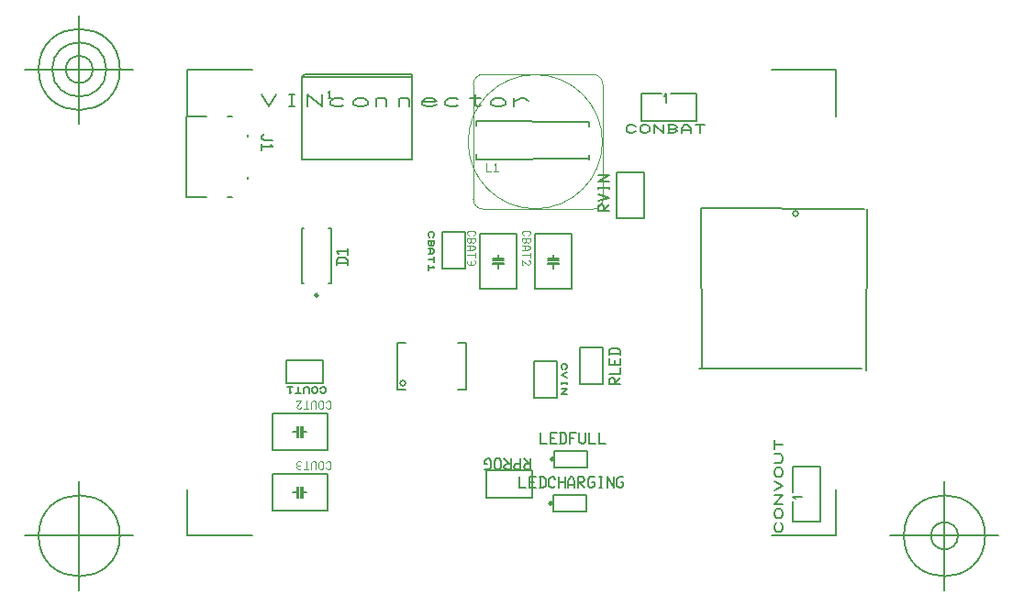
<source format=gbr>
G04 Generated by Ultiboard 14.0 *
%FSLAX34Y34*%
%MOMM*%

%ADD10C,0.0001*%
%ADD11C,0.2032*%
%ADD12C,0.1176*%
%ADD13C,0.1556*%
%ADD14C,0.2000*%
%ADD15C,0.2500*%
%ADD16C,0.0010*%
%ADD17C,0.1270*%


G04 ColorRGB FFFF00 for the following layer *
%LNSilkscreen Top*%
%LPD*%
G54D10*
G54D11*
X447880Y714735D02*
X437880Y714735D01*
X437880Y718717D01*
X439880Y720708D01*
X440880Y720708D01*
X442880Y718717D01*
X442880Y714735D01*
X442880Y715731D02*
X447880Y720708D01*
X437880Y723695D02*
X447880Y723695D01*
X447880Y729668D01*
X447880Y738627D02*
X447880Y732654D01*
X442880Y732654D01*
X437880Y732654D01*
X437880Y738627D01*
X442880Y732654D02*
X442880Y736636D01*
X447880Y741614D02*
X447880Y745596D01*
X445880Y747586D01*
X439880Y747586D01*
X437880Y745596D01*
X437880Y741614D01*
X437880Y742609D02*
X447880Y742609D01*
X432223Y748453D02*
X432223Y714587D01*
X411057Y714587D02*
X411057Y748453D01*
X432223Y714587D02*
X411057Y714587D01*
X411057Y748453D02*
X432223Y748453D01*
X394509Y728489D02*
X393481Y730182D01*
X393481Y731875D01*
X394509Y733569D01*
X397593Y733569D01*
X398621Y731875D01*
X398621Y730182D01*
X397593Y728489D01*
X398621Y725949D02*
X393481Y723409D01*
X398621Y720869D01*
X393481Y716635D02*
X393481Y714942D01*
X398621Y716635D02*
X398621Y714942D01*
X393481Y715789D02*
X398621Y715789D01*
X393481Y710709D02*
X398621Y710709D01*
X393481Y705629D01*
X398621Y705629D01*
X389399Y736109D02*
X389399Y702242D01*
X368232Y702242D02*
X368232Y736109D01*
X389399Y736109D01*
X389399Y702242D02*
X368232Y702242D01*
X461998Y948076D02*
X459176Y946565D01*
X456353Y946565D01*
X453531Y948076D01*
X453531Y952612D01*
X456353Y954124D01*
X459176Y954124D01*
X461998Y952612D01*
X466231Y948076D02*
X469053Y946565D01*
X471876Y946565D01*
X474698Y948076D01*
X474698Y952612D01*
X471876Y954124D01*
X469053Y954124D01*
X466231Y952612D01*
X466231Y948076D01*
X478931Y946565D02*
X478931Y954124D01*
X487398Y946565D01*
X487398Y954124D01*
X491631Y946565D02*
X497276Y946565D01*
X500098Y948076D01*
X500098Y948832D01*
X497276Y950344D01*
X500098Y951856D01*
X500098Y952612D01*
X497276Y954124D01*
X493042Y954124D01*
X491631Y954124D01*
X493042Y950344D02*
X497276Y950344D01*
X493042Y954124D02*
X493042Y946565D01*
X504331Y946565D02*
X504331Y951100D01*
X507153Y954124D01*
X509976Y954124D01*
X512798Y951100D01*
X512798Y946565D01*
X504331Y948832D02*
X512798Y948832D01*
X521264Y946565D02*
X521264Y954124D01*
X517031Y954124D02*
X525498Y954124D01*
X518100Y957300D02*
X467300Y957300D01*
X486350Y982700D02*
X467300Y982700D01*
X467300Y957300D01*
X518100Y982700D02*
X494817Y982700D01*
X490583Y982700D02*
X490583Y974233D01*
X488467Y980583D02*
X490583Y982700D01*
X518100Y982700D02*
X518100Y957300D01*
X171350Y710706D02*
X173043Y711734D01*
X174737Y711734D01*
X176430Y710706D01*
X176430Y707621D01*
X174737Y706593D01*
X173043Y706593D01*
X171350Y707621D01*
X168810Y710706D02*
X167117Y711734D01*
X165423Y711734D01*
X163730Y710706D01*
X163730Y707621D01*
X165423Y706593D01*
X167117Y706593D01*
X168810Y707621D01*
X168810Y710706D01*
X161190Y706593D02*
X161190Y710706D01*
X159497Y711734D01*
X157803Y711734D01*
X156110Y710706D01*
X156110Y706593D01*
X151030Y711734D02*
X151030Y706593D01*
X153570Y706593D02*
X148490Y706593D01*
X145103Y707621D02*
X143410Y706593D01*
X143410Y711734D01*
X145950Y711734D02*
X140870Y711734D01*
X173890Y715816D02*
X140023Y715816D01*
X140023Y736983D02*
X173890Y736983D01*
X173890Y715816D01*
X140023Y715816D02*
X140023Y736983D01*
X272234Y850053D02*
X271205Y851747D01*
X271205Y853440D01*
X272234Y855133D01*
X275318Y855133D01*
X276346Y853440D01*
X276346Y851747D01*
X275318Y850053D01*
X271205Y847513D02*
X271205Y844127D01*
X272234Y842433D01*
X272748Y842433D01*
X273776Y844127D01*
X274804Y842433D01*
X275318Y842433D01*
X276346Y844127D01*
X276346Y846667D01*
X276346Y847513D01*
X273776Y846667D02*
X273776Y844127D01*
X276346Y846667D02*
X271205Y846667D01*
X271205Y839893D02*
X274290Y839893D01*
X276346Y838200D01*
X276346Y836507D01*
X274290Y834813D01*
X271205Y834813D01*
X272748Y839893D02*
X272748Y834813D01*
X271205Y829733D02*
X276346Y829733D01*
X276346Y832273D02*
X276346Y827193D01*
X275318Y823807D02*
X276346Y822113D01*
X271205Y822113D01*
X271205Y824653D02*
X271205Y819573D01*
X305223Y855133D02*
X305223Y821267D01*
X284057Y821267D02*
X284057Y855133D01*
X305223Y855133D01*
X305223Y821267D02*
X284057Y821267D01*
X369147Y802640D02*
X369147Y853440D01*
X403013Y853440D02*
X403013Y802640D01*
X369147Y853440D02*
X403013Y853440D01*
X403013Y802640D02*
X369147Y802640D01*
X386080Y825500D02*
X386080Y821690D01*
X391160Y826770D02*
X381000Y826770D01*
X386080Y830580D02*
X386080Y834390D01*
X391160Y829310D02*
X381000Y829310D01*
X381000Y830580D02*
X391160Y830580D01*
X381000Y825500D02*
X391160Y825500D01*
X364765Y645700D02*
X364765Y635700D01*
X360783Y635700D01*
X358792Y637700D01*
X358792Y638700D01*
X360783Y640700D01*
X364765Y640700D01*
X363769Y640700D02*
X358792Y645700D01*
X355805Y645700D02*
X355805Y635700D01*
X351823Y635700D01*
X349832Y637700D01*
X349832Y638700D01*
X351823Y640700D01*
X355805Y640700D01*
X346846Y645700D02*
X346846Y635700D01*
X342864Y635700D01*
X340873Y637700D01*
X340873Y638700D01*
X342864Y640700D01*
X346846Y640700D01*
X345850Y640700D02*
X340873Y645700D01*
X337886Y643700D02*
X335895Y645700D01*
X333905Y645700D01*
X331914Y643700D01*
X331914Y637700D01*
X333905Y635700D01*
X335895Y635700D01*
X337886Y637700D01*
X337886Y643700D01*
X324945Y640700D02*
X322954Y640700D01*
X322954Y643700D01*
X324945Y645700D01*
X326936Y645700D01*
X328927Y643700D01*
X328927Y637700D01*
X326936Y635700D01*
X322954Y635700D01*
X324273Y634700D02*
X366607Y634700D01*
X366607Y609300D02*
X324273Y609300D01*
X366607Y634700D02*
X366607Y609300D01*
X324273Y609300D02*
X324273Y634700D01*
X596084Y586458D02*
X597595Y583636D01*
X597595Y580813D01*
X596084Y577991D01*
X591548Y577991D01*
X590036Y580813D01*
X590036Y583636D01*
X591548Y586458D01*
X596084Y590691D02*
X597595Y593513D01*
X597595Y596336D01*
X596084Y599158D01*
X591548Y599158D01*
X590036Y596336D01*
X590036Y593513D01*
X591548Y590691D01*
X596084Y590691D01*
X597595Y603391D02*
X590036Y603391D01*
X597595Y611858D01*
X590036Y611858D01*
X590036Y616091D02*
X597595Y620324D01*
X590036Y624558D01*
X596084Y628791D02*
X597595Y631613D01*
X597595Y634436D01*
X596084Y637258D01*
X591548Y637258D01*
X590036Y634436D01*
X590036Y631613D01*
X591548Y628791D01*
X596084Y628791D01*
X590036Y641491D02*
X596084Y641491D01*
X597595Y644313D01*
X597595Y647136D01*
X596084Y649958D01*
X590036Y649958D01*
X597595Y658424D02*
X590036Y658424D01*
X590036Y654191D02*
X590036Y662658D01*
X632700Y638100D02*
X632700Y587300D01*
X607300Y606350D02*
X607300Y587300D01*
X632700Y587300D01*
X607300Y638100D02*
X607300Y614817D01*
X607300Y610583D02*
X615767Y610583D01*
X609417Y608467D02*
X607300Y610583D01*
X607300Y638100D02*
X632700Y638100D01*
X437720Y874755D02*
X427720Y874755D01*
X427720Y878737D01*
X429720Y880728D01*
X430720Y880728D01*
X432720Y878737D01*
X432720Y874755D01*
X432720Y875751D02*
X437720Y880728D01*
X427720Y883715D02*
X437720Y886701D01*
X427720Y889688D01*
X437720Y894665D02*
X437720Y896656D01*
X427720Y894665D02*
X427720Y896656D01*
X437720Y895661D02*
X427720Y895661D01*
X437720Y901634D02*
X427720Y901634D01*
X437720Y907606D01*
X427720Y907606D01*
X469900Y910167D02*
X469900Y867833D01*
X444500Y867833D02*
X444500Y910167D01*
X469900Y867833D02*
X444500Y867833D01*
X444500Y910167D02*
X469900Y910167D01*
X127000Y687493D02*
X177800Y687493D01*
X177800Y653627D02*
X127000Y653627D01*
X177800Y687493D02*
X177800Y653627D01*
X127000Y653627D02*
X127000Y687493D01*
X149860Y670560D02*
X146050Y670560D01*
X151130Y665480D02*
X151130Y675640D01*
X154940Y670560D02*
X158750Y670560D01*
X153670Y665480D02*
X153670Y675640D01*
X154940Y675640D02*
X154940Y665480D01*
X149860Y675640D02*
X149860Y665480D01*
X127000Y631613D02*
X177800Y631613D01*
X177800Y597747D02*
X127000Y597747D01*
X177800Y631613D02*
X177800Y597747D01*
X127000Y597747D02*
X127000Y631613D01*
X149860Y614680D02*
X146050Y614680D01*
X151130Y609600D02*
X151130Y619760D01*
X154940Y614680D02*
X158750Y614680D01*
X153670Y609600D02*
X153670Y619760D01*
X154940Y619760D02*
X154940Y609600D01*
X149860Y619760D02*
X149860Y609600D01*
X318347Y802640D02*
X318347Y853440D01*
X352213Y853440D02*
X352213Y802640D01*
X318347Y853440D02*
X352213Y853440D01*
X352213Y802640D02*
X318347Y802640D01*
X335280Y825500D02*
X335280Y821690D01*
X340360Y826770D02*
X330200Y826770D01*
X335280Y830580D02*
X335280Y834390D01*
X340360Y829310D02*
X330200Y829310D01*
X330200Y830580D02*
X340360Y830580D01*
X330200Y825500D02*
X340360Y825500D01*
X116652Y981907D02*
X123707Y971172D01*
X130763Y981907D01*
X142522Y971172D02*
X147226Y971172D01*
X142522Y981907D02*
X147226Y981907D01*
X144874Y971172D02*
X144874Y981907D01*
X158985Y971172D02*
X158985Y981907D01*
X173096Y971172D01*
X173096Y981907D01*
X191911Y972245D02*
X189559Y971172D01*
X184856Y971172D01*
X180152Y973319D01*
X180152Y976539D01*
X184856Y978686D01*
X189559Y978686D01*
X191911Y977613D01*
X201319Y973319D02*
X206022Y971172D01*
X210726Y971172D01*
X215430Y973319D01*
X215430Y976539D01*
X210726Y978686D01*
X206022Y978686D01*
X201319Y976539D01*
X201319Y973319D01*
X222485Y971172D02*
X222485Y977613D01*
X222485Y978686D01*
X222485Y977613D02*
X224837Y978686D01*
X229541Y978686D01*
X231893Y977613D01*
X231893Y971172D01*
X243652Y971172D02*
X243652Y977613D01*
X243652Y978686D01*
X243652Y977613D02*
X246004Y978686D01*
X250707Y978686D01*
X253059Y977613D01*
X253059Y971172D01*
X278930Y973319D02*
X274226Y971172D01*
X269522Y971172D01*
X264819Y973319D01*
X264819Y976539D01*
X269522Y978686D01*
X274226Y978686D01*
X278930Y976539D01*
X276578Y975466D01*
X264819Y975466D01*
X297744Y972245D02*
X295393Y971172D01*
X290689Y971172D01*
X285985Y973319D01*
X285985Y976539D01*
X290689Y978686D01*
X295393Y978686D01*
X297744Y977613D01*
X318911Y972245D02*
X316559Y971172D01*
X314207Y972245D01*
X314207Y981907D01*
X309504Y978686D02*
X318911Y978686D01*
X328319Y973319D02*
X333022Y971172D01*
X337726Y971172D01*
X342430Y973319D01*
X342430Y976539D01*
X337726Y978686D01*
X333022Y978686D01*
X328319Y976539D01*
X328319Y973319D01*
X349485Y975466D02*
X356541Y978686D01*
X358893Y978686D01*
X363596Y976539D01*
X349485Y971172D02*
X349485Y978686D01*
X154600Y921900D02*
X154600Y998100D01*
X256200Y998100D02*
X256200Y921900D01*
X154600Y921900D01*
X154600Y998100D02*
X256200Y998100D01*
X157140Y1000640D02*
X256200Y1000640D01*
X180000Y985400D02*
X180000Y979050D01*
X178730Y979050D01*
X180000Y979050D02*
X181270Y979050D01*
X154600Y998100D02*
X157140Y1000640D01*
X178730Y984130D02*
X180000Y985400D01*
X256200Y1000640D02*
X256200Y998100D01*
X242570Y753120D02*
X242570Y709920D01*
X250270Y709920D01*
X244770Y715520D02*
G75*
D01*
G02X244770Y715520I2500J0*
G01*
X250270Y753120D02*
X242570Y753120D01*
X305970Y753120D02*
X305970Y709920D01*
X298470Y709920D01*
X298470Y753120D02*
X305970Y753120D01*
X47950Y962060D02*
X47950Y887060D01*
X65950Y962060D02*
X47950Y962060D01*
X89700Y962060D02*
X85950Y962060D01*
X103950Y943060D02*
X103950Y945060D01*
X47950Y887060D02*
X65950Y887060D01*
X89700Y887060D02*
X85950Y887060D01*
X103950Y906060D02*
X103950Y904060D01*
X419100Y956733D02*
X419100Y952500D01*
X419100Y926253D02*
X419100Y922020D01*
X314960Y953347D02*
X314960Y957580D01*
X314960Y922867D02*
X314960Y927100D01*
X314960Y957580D02*
X419100Y956733D01*
X419100Y922640D02*
X314960Y922020D01*
X607100Y872162D02*
G75*
D01*
G02X607100Y872162I2500J0*
G01*
X522100Y877560D02*
X523240Y728980D01*
X674500Y727720D02*
X675640Y876300D01*
X673100Y876300D02*
X522100Y877560D01*
X520960Y728980D02*
X670560Y728980D01*
G54D12*
X358956Y851981D02*
X357445Y853487D01*
X357445Y854992D01*
X358956Y856497D01*
X363492Y856497D01*
X365004Y854992D01*
X365004Y853487D01*
X363492Y851981D01*
X357445Y849724D02*
X357445Y846714D01*
X358956Y845208D01*
X359712Y845208D01*
X361224Y846714D01*
X362736Y845208D01*
X363492Y845208D01*
X365004Y846714D01*
X365004Y848971D01*
X365004Y849724D01*
X361224Y848971D02*
X361224Y846714D01*
X365004Y848971D02*
X357445Y848971D01*
X357445Y842951D02*
X361980Y842951D01*
X365004Y841446D01*
X365004Y839940D01*
X361980Y838435D01*
X357445Y838435D01*
X359712Y842951D02*
X359712Y838435D01*
X357445Y833920D02*
X365004Y833920D01*
X365004Y836178D02*
X365004Y831662D01*
X363492Y829404D02*
X365004Y827899D01*
X365004Y826394D01*
X363492Y824889D01*
X362736Y824889D01*
X357445Y829404D01*
X357445Y824889D01*
X358200Y824889D01*
X176341Y697684D02*
X177847Y699195D01*
X179352Y699195D01*
X180857Y697684D01*
X180857Y693148D01*
X179352Y691636D01*
X177847Y691636D01*
X176341Y693148D01*
X174084Y697684D02*
X172579Y699195D01*
X171074Y699195D01*
X169568Y697684D01*
X169568Y693148D01*
X171074Y691636D01*
X172579Y691636D01*
X174084Y693148D01*
X174084Y697684D01*
X167311Y691636D02*
X167311Y697684D01*
X165806Y699195D01*
X164300Y699195D01*
X162795Y697684D01*
X162795Y691636D01*
X158280Y699195D02*
X158280Y691636D01*
X160538Y691636D02*
X156022Y691636D01*
X153764Y693148D02*
X152259Y691636D01*
X150754Y691636D01*
X149249Y693148D01*
X149249Y693904D01*
X153764Y699195D01*
X149249Y699195D01*
X149249Y698440D01*
X176341Y641804D02*
X177847Y643315D01*
X179352Y643315D01*
X180857Y641804D01*
X180857Y637268D01*
X179352Y635756D01*
X177847Y635756D01*
X176341Y637268D01*
X174084Y641804D02*
X172579Y643315D01*
X171074Y643315D01*
X169568Y641804D01*
X169568Y637268D01*
X171074Y635756D01*
X172579Y635756D01*
X174084Y637268D01*
X174084Y641804D01*
X167311Y635756D02*
X167311Y641804D01*
X165806Y643315D01*
X164300Y643315D01*
X162795Y641804D01*
X162795Y635756D01*
X158280Y643315D02*
X158280Y635756D01*
X160538Y635756D02*
X156022Y635756D01*
X153012Y636512D02*
X152259Y635756D01*
X150754Y635756D01*
X149249Y637268D01*
X149249Y638780D01*
X150002Y639536D01*
X149249Y640292D01*
X149249Y641804D01*
X150754Y643315D01*
X152259Y643315D01*
X153012Y642560D01*
X152259Y639536D02*
X150002Y639536D01*
X308156Y851981D02*
X306645Y853487D01*
X306645Y854992D01*
X308156Y856497D01*
X312692Y856497D01*
X314204Y854992D01*
X314204Y853487D01*
X312692Y851981D01*
X306645Y849724D02*
X306645Y846714D01*
X308156Y845208D01*
X308912Y845208D01*
X310424Y846714D01*
X311936Y845208D01*
X312692Y845208D01*
X314204Y846714D01*
X314204Y848971D01*
X314204Y849724D01*
X310424Y848971D02*
X310424Y846714D01*
X314204Y848971D02*
X306645Y848971D01*
X306645Y842951D02*
X311180Y842951D01*
X314204Y841446D01*
X314204Y839940D01*
X311180Y838435D01*
X306645Y838435D01*
X308912Y842951D02*
X308912Y838435D01*
X306645Y833920D02*
X314204Y833920D01*
X314204Y836178D02*
X314204Y831662D01*
X313448Y828652D02*
X314204Y827899D01*
X314204Y826394D01*
X312692Y824889D01*
X311180Y824889D01*
X310424Y825642D01*
X309668Y824889D01*
X308156Y824889D01*
X306645Y826394D01*
X306645Y827899D01*
X307400Y828652D01*
X310424Y827899D02*
X310424Y825642D01*
X324179Y918936D02*
X324179Y911376D01*
X328695Y911376D01*
X331705Y917424D02*
X333210Y918936D01*
X333210Y911376D01*
X330953Y911376D02*
X335468Y911376D01*
G54D13*
X196140Y825156D02*
X196140Y829138D01*
X194140Y831129D01*
X188140Y831129D01*
X186140Y829138D01*
X186140Y825156D01*
X186140Y826151D02*
X196140Y826151D01*
X188140Y835111D02*
X186140Y837102D01*
X196140Y837102D01*
X196140Y834116D02*
X196140Y840089D01*
X119200Y945524D02*
X117200Y943533D01*
X117200Y941542D01*
X119200Y939551D01*
X127200Y939551D01*
X125200Y935569D02*
X127200Y933578D01*
X117200Y933578D01*
X117200Y936564D02*
X117200Y930591D01*
X374376Y669560D02*
X374376Y659560D01*
X380349Y659560D01*
X389309Y659560D02*
X383336Y659560D01*
X383336Y664560D01*
X383336Y669560D01*
X389309Y669560D01*
X383336Y664560D02*
X387318Y664560D01*
X392296Y659560D02*
X396278Y659560D01*
X398269Y661560D01*
X398269Y667560D01*
X396278Y669560D01*
X392296Y669560D01*
X393291Y669560D02*
X393291Y659560D01*
X401256Y659560D02*
X401256Y669560D01*
X407229Y669560D01*
X401256Y664560D02*
X405238Y664560D01*
X410216Y669560D02*
X410216Y661560D01*
X412207Y659560D01*
X414198Y659560D01*
X416189Y661560D01*
X416189Y669560D01*
X419176Y669560D02*
X419176Y659560D01*
X425149Y659560D01*
X428136Y669560D02*
X428136Y659560D01*
X434109Y659560D01*
X355241Y628795D02*
X355241Y618795D01*
X361214Y618795D01*
X370174Y618795D02*
X364201Y618795D01*
X364201Y623795D01*
X364201Y628795D01*
X370174Y628795D01*
X364201Y623795D02*
X368183Y623795D01*
X373161Y618795D02*
X377143Y618795D01*
X379134Y620795D01*
X379134Y626795D01*
X377143Y628795D01*
X373161Y628795D01*
X374156Y628795D02*
X374156Y618795D01*
X388094Y620795D02*
X386103Y618795D01*
X384112Y618795D01*
X382121Y620795D01*
X382121Y626795D01*
X384112Y628795D01*
X386103Y628795D01*
X388094Y626795D01*
X391081Y618795D02*
X391081Y628795D01*
X397054Y618795D02*
X397054Y628795D01*
X391081Y623795D02*
X397054Y623795D01*
X400041Y618795D02*
X400041Y624795D01*
X402032Y628795D01*
X404023Y628795D01*
X406014Y624795D01*
X406014Y618795D01*
X400041Y621795D02*
X406014Y621795D01*
X409001Y618795D02*
X409001Y628795D01*
X412983Y628795D01*
X414974Y626795D01*
X414974Y625795D01*
X412983Y623795D01*
X409001Y623795D01*
X409996Y623795D02*
X414974Y618795D01*
X421943Y623795D02*
X423934Y623795D01*
X423934Y620795D01*
X421943Y618795D01*
X419952Y618795D01*
X417961Y620795D01*
X417961Y626795D01*
X419952Y628795D01*
X423934Y628795D01*
X428912Y618795D02*
X430903Y618795D01*
X428912Y628795D02*
X430903Y628795D01*
X429907Y618795D02*
X429907Y628795D01*
X435881Y618795D02*
X435881Y628795D01*
X441854Y618795D01*
X441854Y628795D01*
X448823Y623795D02*
X450814Y623795D01*
X450814Y620795D01*
X448823Y618795D01*
X446832Y618795D01*
X444841Y620795D01*
X444841Y626795D01*
X446832Y628795D01*
X450814Y628795D01*
G54D14*
X154140Y807620D02*
X154140Y858620D01*
X181140Y807620D02*
X181140Y858620D01*
X179140Y807620D02*
X181140Y807620D01*
X156140Y807620D02*
X154140Y807620D01*
X181140Y858620D02*
X179140Y858620D01*
X154140Y858620D02*
X156140Y858620D01*
X387295Y652905D02*
X417872Y652905D01*
X417872Y637665D01*
X387295Y637665D01*
X387295Y652905D01*
X386080Y612140D02*
X416658Y612140D01*
X416658Y596900D01*
X386080Y596900D01*
X386080Y612140D01*
G54D15*
X166390Y796620D02*
G75*
D01*
G02X166390Y796620I1250J0*
G01*
X383785Y645285D02*
G75*
D01*
G02X383785Y645285I1250J0*
G01*
X382570Y604520D02*
G75*
D01*
G02X382570Y604520I1250J0*
G01*
G54D16*
X307639Y938530D02*
G75*
D01*
G02X307639Y938530I61931J0*
G01*
X312420Y991602D02*
X312420Y885458D01*
G75*
D01*
G03X321578Y876300I9158J0*
G01*
X422642Y876300D01*
G75*
D01*
G03X431800Y885458I0J9158*
G01*
X431800Y991602D01*
G74*
D01*
G03X422642Y1000760I9158J0*
G01*
X321578Y1000760D01*
G75*
D01*
G03X312420Y991602I0J-9158*
G01*
G54D17*
X48795Y574580D02*
X48795Y617652D01*
X48795Y574580D02*
X108632Y574580D01*
X647165Y574580D02*
X587328Y574580D01*
X647165Y574580D02*
X647165Y617652D01*
X647165Y1005300D02*
X647165Y962228D01*
X647165Y1005300D02*
X587328Y1005300D01*
X48795Y1005300D02*
X108632Y1005300D01*
X48795Y1005300D02*
X48795Y962228D01*
X-1205Y574580D02*
X-101205Y574580D01*
X-51205Y524580D02*
X-51205Y624580D01*
X-88705Y574580D02*
G75*
D01*
G02X-88705Y574580I37500J0*
G01*
X697165Y574580D02*
X797165Y574580D01*
X747165Y524580D02*
X747165Y624580D01*
X709665Y574580D02*
G75*
D01*
G02X709665Y574580I37500J0*
G01*
X734665Y574580D02*
G75*
D01*
G02X734665Y574580I12500J0*
G01*
X-1205Y1005300D02*
X-101205Y1005300D01*
X-51205Y955300D02*
X-51205Y1055300D01*
X-88705Y1005300D02*
G75*
D01*
G02X-88705Y1005300I37500J0*
G01*
X-76205Y1005300D02*
G75*
D01*
G02X-76205Y1005300I25000J0*
G01*
X-63705Y1005300D02*
G75*
D01*
G02X-63705Y1005300I12500J0*
G01*

M02*

</source>
